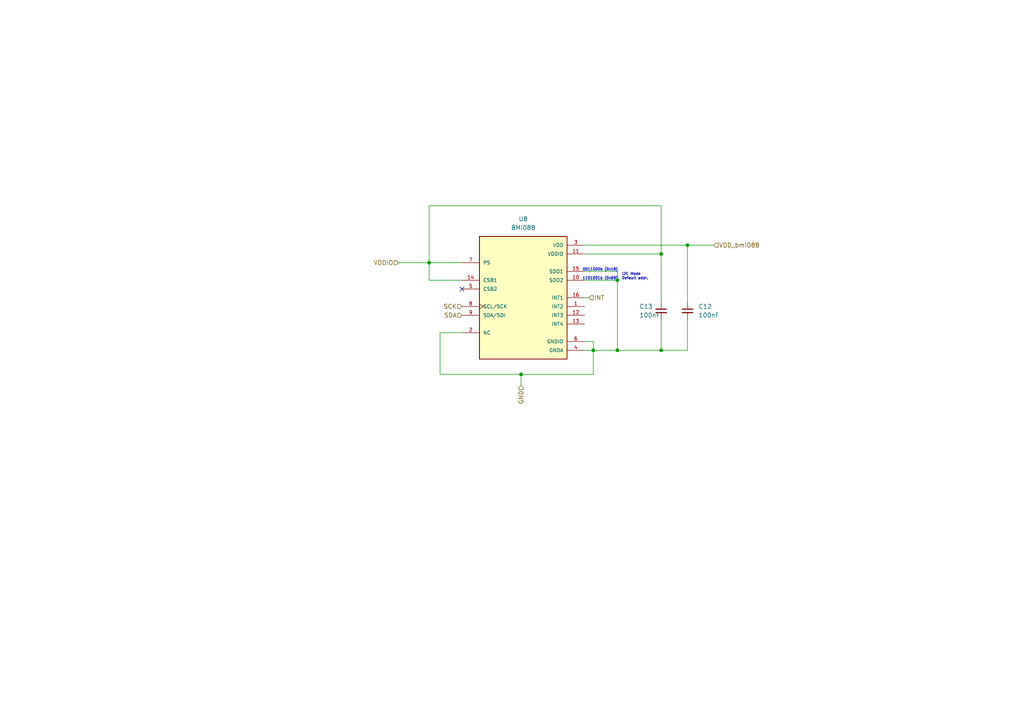
<source format=kicad_sch>
(kicad_sch (version 20230121) (generator eeschema)
  (paper "A4")
  (lib_symbols
    (symbol "BMI088:BMI088" (pin_names (offset 1.016))
      (property "Reference" "U" (at -12.7 18.415 0))
      (property "Value" "BMI088" (at -12.7 -20.32 0))
      (symbol "BMI088_0_0"
        (rectangle (start -12.7 -17.78) (end 12.7 17.78) (stroke (width 0.254)) (fill (type background)))
        (pin bidirectional line (at 17.78 -2.54 180) (length 5.08) (name "INT2") (number "1"))
        (pin output line (at 17.78 5.08 180) (length 5.08) (name "SDO2") (number "10"))
        (pin power_in line (at 17.78 12.7 180) (length 5.08) (name "VDDIO") (number "11"))
        (pin bidirectional line (at 17.78 -5.08 180) (length 5.08) (name "INT3") (number "12"))
        (pin bidirectional line (at 17.78 -7.62 180) (length 5.08) (name "INT4") (number "13"))
        (pin input line (at -17.78 5.08 0) (length 5.08) (name "CSB1") (number "14"))
        (pin output line (at 17.78 7.62 180) (length 5.08) (name "SDO1") (number "15"))
        (pin bidirectional line (at 17.78 0 180) (length 5.08) (name "INT1") (number "16"))
        (pin passive line (at -17.78 -10.16 0) (length 5.08) (name "NC") (number "2"))
        (pin power_in line (at 17.78 15.24 180) (length 5.08) (name "VDD") (number "3"))
        (pin power_in line (at 17.78 -15.24 180) (length 5.08) (name "GNDA") (number "4"))
        (pin input line (at -17.78 2.54 0) (length 5.08) (name "CSB2") (number "5"))
        (pin power_in line (at 17.78 -12.7 180) (length 5.08) (name "GNDIO") (number "6"))
        (pin input line (at -17.78 10.16 0) (length 5.08) (name "PS") (number "7"))
        (pin input clock (at -17.78 -2.54 0) (length 5.08) (name "SCL/SCK") (number "8"))
        (pin bidirectional line (at -17.78 -5.08 0) (length 5.08) (name "SDA/SDI") (number "9"))
      )
    )
    (symbol "Device:C_Small" (pin_numbers hide) (pin_names (offset 0.254) hide)
      (property "Reference" "C" (at 0.254 1.778 0))
      (property "Value" "C_Small" (at 0.254 -2.032 0))
      (symbol "C_Small_0_1"
        (polyline (pts (xy -1.524 -0.508) (xy 1.524 -0.508)) (stroke (width 0.3302)))
        (polyline (pts (xy -1.524 0.508) (xy 1.524 0.508)) (stroke (width 0.3048)))
      )
      (symbol "C_Small_1_1"
        (pin passive line (at 0 2.54 270) (length 2.032) (name "~") (number "1"))
        (pin passive line (at 0 -2.54 90) (length 2.032) (name "~") (number "2"))
      )
    )
  )
  (junction (at 124.46 76.2))
  (junction (at 172.085 101.6))
  (junction (at 179.07 81.28))
  (junction (at 179.07 101.6))
  (junction (at 199.39 71.12))
  (junction (at 191.77 101.6))
  (junction (at 151.13 108.585))
  (junction (at 191.77 73.66))
  (no_connect (at 133.985 83.82))
  (wire (pts (xy 179.07 101.6) (xy 191.77 101.6)))
  (wire (pts (xy 191.77 59.69) (xy 191.77 73.66)))
  (wire (pts (xy 115.57 76.2) (xy 124.46 76.2)))
  (wire (pts (xy 172.085 101.6) (xy 169.545 101.6)))
  (wire (pts (xy 133.985 96.52) (xy 127.635 96.52)))
  (wire (pts (xy 169.545 78.74) (xy 179.07 78.74)))
  (wire (pts (xy 127.635 108.585) (xy 151.13 108.585)))
  (wire (pts (xy 127.635 96.52) (xy 127.635 108.585)))
  (wire (pts (xy 179.07 78.74) (xy 179.07 81.28)))
  (wire (pts (xy 170.815 86.36) (xy 169.545 86.36)))
  (wire (pts (xy 133.985 81.28) (xy 124.46 81.28)))
  (wire (pts (xy 172.085 101.6) (xy 179.07 101.6)))
  (wire (pts (xy 151.13 108.585) (xy 172.085 108.585)))
  (wire (pts (xy 199.39 92.71) (xy 199.39 101.6)))
  (wire (pts (xy 169.545 73.66) (xy 191.77 73.66)))
  (wire (pts (xy 179.07 81.28) (xy 179.07 101.6)))
  (wire (pts (xy 124.46 59.69) (xy 191.77 59.69)))
  (wire (pts (xy 124.46 76.2) (xy 133.985 76.2)))
  (wire (pts (xy 191.77 92.71) (xy 191.77 101.6)))
  (wire (pts (xy 124.46 81.28) (xy 124.46 76.2)))
  (wire (pts (xy 124.46 76.2) (xy 124.46 59.69)))
  (wire (pts (xy 169.545 99.06) (xy 172.085 99.06)))
  (wire (pts (xy 151.13 111.76) (xy 151.13 108.585)))
  (wire (pts (xy 172.085 101.6) (xy 172.085 108.585)))
  (wire (pts (xy 199.39 71.12) (xy 207.01 71.12)))
  (wire (pts (xy 191.77 101.6) (xy 199.39 101.6)))
  (wire (pts (xy 172.085 99.06) (xy 172.085 101.6)))
  (wire (pts (xy 169.545 81.28) (xy 179.07 81.28)))
  (wire (pts (xy 199.39 87.63) (xy 199.39 71.12)))
  (wire (pts (xy 169.545 71.12) (xy 199.39 71.12)))
  (wire (pts (xy 191.77 87.63) (xy 191.77 73.66)))
  (text "I2C Mode\nDefault addr." (at 180.34 81.28 0) (effects (font (size 0.762 0.762)) (justify left bottom)))
  (text "0011000b (0x18)" (at 168.91 78.74 0) (effects (font (size 0.762 0.762)) (justify left bottom)))
  (text "1101001b (0x69)" (at 168.91 81.28 0) (effects (font (size 0.762 0.762)) (justify left bottom)))
  (hierarchical_label "SDA" (shape input) (at 133.985 91.44 180))
  (hierarchical_label "GND" (shape input) (at 151.13 111.76 270))
  (hierarchical_label "VDD_bmi088" (shape input) (at 207.01 71.12 0))
  (hierarchical_label "VDDIO" (shape input) (at 115.57 76.2 180))
  (hierarchical_label "SCK" (shape input) (at 133.985 88.9 180))
  (hierarchical_label "INT" (shape input) (at 170.815 86.36 0))
  (symbol (lib_id "Device:C_Small") (at 191.77 90.17 0) (unit 1)
    (property "Reference" "C13" (at 185.42 88.9 0) (effects (justify left)))
    (property "Value" "100nF" (at 185.42 91.44 0) (effects (justify left)))
  )
  (symbol (lib_id "Device:C_Small") (at 199.39 90.17 0) (unit 1)
    (property "Reference" "C12" (at 202.565 88.9063 0) (effects (justify left)))
    (property "Value" "100nF" (at 202.565 91.4463 0) (effects (justify left)))
  )
  (symbol (lib_id "BMI088:BMI088") (at 151.765 86.36 0) (unit 1)
    (property "Reference" "U8" (at 151.765 63.5 0))
    (property "Value" "BMI088" (at 151.765 66.04 0))
    (property "Footprint" "BMI088:PQFN50P450X300X100-16N" (effects hide))
    (property "MF" "Bosch Sensortec" (effects hide))
    (property "PURCHASE-URL" "https://pricing.snapeda.com/search/part/BMI088/?ref=eda" (effects hide))
    (property "PACKAGE" "VFLGA-16 Bosch Sensortec" (effects hide))
    (property "PRICE" "None" (effects hide))
    (property "Package" "VFLGA-16 Bosch Sensortec" (effects hide))
    (property "Check_prices" "https://www.snapeda.com/parts/BMI088/Bosch+Sensortec/view-part/?ref=eda" (effects hide))
    (property "Price" "None" (effects hide))
    (property "SnapEDA_Link" "https://www.snapeda.com/parts/BMI088/Bosch+Sensortec/view-part/?ref=snap" (effects hide))
    (property "MP" "BMI088" (effects hide))
    (property "Purchase-URL" "https://www.snapeda.com/api/url_track_click_mouser/?unipart_id=2774026&manufacturer=Bosch Sensortec&part_name=BMI088&search_term=None" (effects hide))
    (property "Description" "\nAccelerometer, Gyroscope, 6 Axis Sensor I2C, SPI Output\n" (effects hide))
    (property "Availability" "In Stock" (effects hide))
    (property "AVAILABILITY" "In Stock" (effects hide))
    (property "DESCRIPTION" "Accelerometer, Gyroscope, 6 Axis Sensor I²C, SPI Output" (effects hide))
  )
)
</source>
